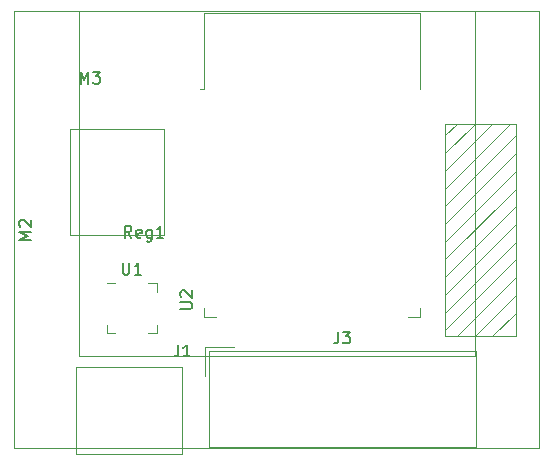
<source format=gbr>
%TF.GenerationSoftware,KiCad,Pcbnew,(5.1.9-0-10_14)*%
%TF.CreationDate,2021-05-03T13:30:05+01:00*%
%TF.ProjectId,EnvMon,456e764d-6f6e-42e6-9b69-6361645f7063,2*%
%TF.SameCoordinates,Original*%
%TF.FileFunction,Legend,Top*%
%TF.FilePolarity,Positive*%
%FSLAX46Y46*%
G04 Gerber Fmt 4.6, Leading zero omitted, Abs format (unit mm)*
G04 Created by KiCad (PCBNEW (5.1.9-0-10_14)) date 2021-05-03 13:30:05*
%MOMM*%
%LPD*%
G01*
G04 APERTURE LIST*
%ADD10C,0.120000*%
%ADD11C,0.150000*%
G04 APERTURE END LIST*
D10*
%TO.C,Reg1*%
X94750000Y-81950000D02*
X94750000Y-72950000D01*
X102750000Y-81950000D02*
X94750000Y-81950000D01*
X102750000Y-72950000D02*
X102750000Y-81950000D01*
X94750000Y-72950000D02*
X102750000Y-72950000D01*
%TO.C,U1*%
X98590000Y-86015000D02*
X97865000Y-86015000D01*
X102085000Y-90235000D02*
X102085000Y-89510000D01*
X101360000Y-90235000D02*
X102085000Y-90235000D01*
X97865000Y-90235000D02*
X97865000Y-89510000D01*
X98590000Y-90235000D02*
X97865000Y-90235000D01*
X102085000Y-86015000D02*
X102085000Y-86740000D01*
X101360000Y-86015000D02*
X102085000Y-86015000D01*
%TO.C,M2*%
X126500000Y-73500000D02*
X127500000Y-72500000D01*
X126500000Y-75000000D02*
X129000000Y-72500000D01*
X126500000Y-76500000D02*
X130500000Y-72500000D01*
X126500000Y-78000000D02*
X132000000Y-72500000D01*
X126500000Y-79500000D02*
X132500000Y-73500000D01*
X126500000Y-81000000D02*
X132500000Y-75000000D01*
X126500000Y-82500000D02*
X132500000Y-76500000D01*
X126500000Y-84000000D02*
X132500000Y-78000000D01*
X126500000Y-85500000D02*
X132500000Y-79500000D01*
X126500000Y-87000000D02*
X132500000Y-81000000D01*
X126500000Y-88500000D02*
X132500000Y-82500000D01*
X126500000Y-90000000D02*
X132500000Y-84000000D01*
X127500000Y-90500000D02*
X132500000Y-85500000D01*
X129000000Y-90500000D02*
X132500000Y-87000000D01*
X130500000Y-90500000D02*
X132500000Y-88500000D01*
X132500000Y-72500000D02*
X132500000Y-90500000D01*
X126500000Y-72500000D02*
X132500000Y-72500000D01*
X126500000Y-90500000D02*
X126500000Y-72500000D01*
X132500000Y-90500000D02*
X126500000Y-90500000D01*
X95500000Y-92210000D02*
X95500000Y-63000000D01*
X129000000Y-92210000D02*
X95500000Y-92210000D01*
X129000000Y-63000000D02*
X129000000Y-92210000D01*
X134500000Y-100000000D02*
X134500000Y-63000000D01*
X90000000Y-100000000D02*
X134500000Y-100000000D01*
X90000000Y-63000000D02*
X90000000Y-100000000D01*
X134500000Y-63000000D02*
X90000000Y-63000000D01*
%TO.C,U2*%
X106130000Y-88100000D02*
X106130000Y-88880000D01*
X106130000Y-88880000D02*
X107130000Y-88880000D01*
X124370000Y-88100000D02*
X124370000Y-88880000D01*
X124370000Y-88880000D02*
X123370000Y-88880000D01*
X106130000Y-63135000D02*
X124370000Y-63135000D01*
X124370000Y-63135000D02*
X124370000Y-69555000D01*
X106130000Y-63135000D02*
X106130000Y-69555000D01*
X106130000Y-69555000D02*
X105750000Y-69555000D01*
%TO.C,J3*%
X106190000Y-91440000D02*
X108600000Y-91440000D01*
X106190000Y-93850000D02*
X106190000Y-91440000D01*
X129110000Y-91740000D02*
X106490000Y-91740000D01*
X129110000Y-99860000D02*
X129110000Y-91740000D01*
X106490000Y-99860000D02*
X129110000Y-99860000D01*
X106490000Y-91740000D02*
X106490000Y-99860000D01*
%TO.C,J1*%
X95280000Y-100485000D02*
X104220000Y-100485000D01*
X104220000Y-93135000D02*
X104220000Y-100485000D01*
X95280000Y-93135000D02*
X104220000Y-93135000D01*
X95280000Y-100485000D02*
X95280000Y-93135000D01*
%TO.C,Reg1*%
D11*
X99952380Y-82152380D02*
X99619047Y-81676190D01*
X99380952Y-82152380D02*
X99380952Y-81152380D01*
X99761904Y-81152380D01*
X99857142Y-81200000D01*
X99904761Y-81247619D01*
X99952380Y-81342857D01*
X99952380Y-81485714D01*
X99904761Y-81580952D01*
X99857142Y-81628571D01*
X99761904Y-81676190D01*
X99380952Y-81676190D01*
X100761904Y-82104761D02*
X100666666Y-82152380D01*
X100476190Y-82152380D01*
X100380952Y-82104761D01*
X100333333Y-82009523D01*
X100333333Y-81628571D01*
X100380952Y-81533333D01*
X100476190Y-81485714D01*
X100666666Y-81485714D01*
X100761904Y-81533333D01*
X100809523Y-81628571D01*
X100809523Y-81723809D01*
X100333333Y-81819047D01*
X101666666Y-81485714D02*
X101666666Y-82295238D01*
X101619047Y-82390476D01*
X101571428Y-82438095D01*
X101476190Y-82485714D01*
X101333333Y-82485714D01*
X101238095Y-82438095D01*
X101666666Y-82104761D02*
X101571428Y-82152380D01*
X101380952Y-82152380D01*
X101285714Y-82104761D01*
X101238095Y-82057142D01*
X101190476Y-81961904D01*
X101190476Y-81676190D01*
X101238095Y-81580952D01*
X101285714Y-81533333D01*
X101380952Y-81485714D01*
X101571428Y-81485714D01*
X101666666Y-81533333D01*
X102666666Y-82152380D02*
X102095238Y-82152380D01*
X102380952Y-82152380D02*
X102380952Y-81152380D01*
X102285714Y-81295238D01*
X102190476Y-81390476D01*
X102095238Y-81438095D01*
%TO.C,U1*%
X99213095Y-84277380D02*
X99213095Y-85086904D01*
X99260714Y-85182142D01*
X99308333Y-85229761D01*
X99403571Y-85277380D01*
X99594047Y-85277380D01*
X99689285Y-85229761D01*
X99736904Y-85182142D01*
X99784523Y-85086904D01*
X99784523Y-84277380D01*
X100784523Y-85277380D02*
X100213095Y-85277380D01*
X100498809Y-85277380D02*
X100498809Y-84277380D01*
X100403571Y-84420238D01*
X100308333Y-84515476D01*
X100213095Y-84563095D01*
%TO.C,M3*%
X95640476Y-69102380D02*
X95640476Y-68102380D01*
X95973809Y-68816666D01*
X96307142Y-68102380D01*
X96307142Y-69102380D01*
X96688095Y-68102380D02*
X97307142Y-68102380D01*
X96973809Y-68483333D01*
X97116666Y-68483333D01*
X97211904Y-68530952D01*
X97259523Y-68578571D01*
X97307142Y-68673809D01*
X97307142Y-68911904D01*
X97259523Y-69007142D01*
X97211904Y-69054761D01*
X97116666Y-69102380D01*
X96830952Y-69102380D01*
X96735714Y-69054761D01*
X96688095Y-69007142D01*
%TO.C,M2*%
X91452380Y-82309523D02*
X90452380Y-82309523D01*
X91166666Y-81976190D01*
X90452380Y-81642857D01*
X91452380Y-81642857D01*
X90547619Y-81214285D02*
X90500000Y-81166666D01*
X90452380Y-81071428D01*
X90452380Y-80833333D01*
X90500000Y-80738095D01*
X90547619Y-80690476D01*
X90642857Y-80642857D01*
X90738095Y-80642857D01*
X90880952Y-80690476D01*
X91452380Y-81261904D01*
X91452380Y-80642857D01*
%TO.C,U2*%
X104092380Y-88191904D02*
X104901904Y-88191904D01*
X104997142Y-88144285D01*
X105044761Y-88096666D01*
X105092380Y-88001428D01*
X105092380Y-87810952D01*
X105044761Y-87715714D01*
X104997142Y-87668095D01*
X104901904Y-87620476D01*
X104092380Y-87620476D01*
X104187619Y-87191904D02*
X104140000Y-87144285D01*
X104092380Y-87049047D01*
X104092380Y-86810952D01*
X104140000Y-86715714D01*
X104187619Y-86668095D01*
X104282857Y-86620476D01*
X104378095Y-86620476D01*
X104520952Y-86668095D01*
X105092380Y-87239523D01*
X105092380Y-86620476D01*
%TO.C,J3*%
X117466666Y-90102380D02*
X117466666Y-90816666D01*
X117419047Y-90959523D01*
X117323809Y-91054761D01*
X117180952Y-91102380D01*
X117085714Y-91102380D01*
X117847619Y-90102380D02*
X118466666Y-90102380D01*
X118133333Y-90483333D01*
X118276190Y-90483333D01*
X118371428Y-90530952D01*
X118419047Y-90578571D01*
X118466666Y-90673809D01*
X118466666Y-90911904D01*
X118419047Y-91007142D01*
X118371428Y-91054761D01*
X118276190Y-91102380D01*
X117990476Y-91102380D01*
X117895238Y-91054761D01*
X117847619Y-91007142D01*
%TO.C,J1*%
X103916666Y-91202380D02*
X103916666Y-91916666D01*
X103869047Y-92059523D01*
X103773809Y-92154761D01*
X103630952Y-92202380D01*
X103535714Y-92202380D01*
X104916666Y-92202380D02*
X104345238Y-92202380D01*
X104630952Y-92202380D02*
X104630952Y-91202380D01*
X104535714Y-91345238D01*
X104440476Y-91440476D01*
X104345238Y-91488095D01*
%TD*%
M02*

</source>
